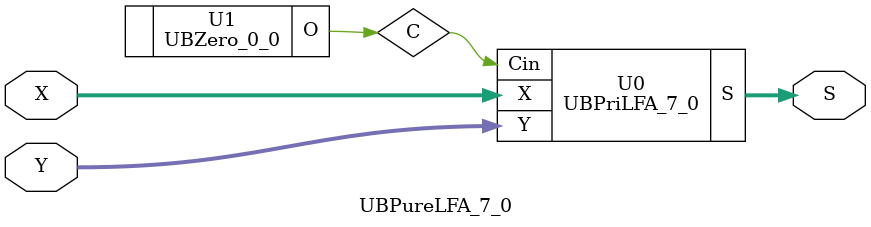
<source format=v>
/*----------------------------------------------------------------------------
  Copyright (c) 2021 Homma laboratory. All rights reserved.

  Top module: UBLFA_7_0_7_0

  Operand-1 length: 8
  Operand-2 length: 8
  Two-operand addition algorithm: Ladner-Fischer adder
----------------------------------------------------------------------------*/

module GPGenerator(Go, Po, A, B);
  output Go;
  output Po;
  input A;
  input B;
  assign Go = A & B;
  assign Po = A ^ B;
endmodule

module CarryOperator(Go, Po, Gi1, Pi1, Gi2, Pi2);
  output Go;
  output Po;
  input Gi1;
  input Gi2;
  input Pi1;
  input Pi2;
  assign Go = Gi1 | ( Gi2 & Pi1 );
  assign Po = Pi1 & Pi2;
endmodule

module UBPriLFA_7_0(S, X, Y, Cin);
  output [8:0] S;
  input Cin;
  input [7:0] X;
  input [7:0] Y;
  wire [7:0] G0;
  wire [7:0] G1;
  wire [7:0] G2;
  wire [7:0] G3;
  wire [7:0] P0;
  wire [7:0] P1;
  wire [7:0] P2;
  wire [7:0] P3;
  assign P1[0] = P0[0];
  assign G1[0] = G0[0];
  assign P1[2] = P0[2];
  assign G1[2] = G0[2];
  assign P1[4] = P0[4];
  assign G1[4] = G0[4];
  assign P1[6] = P0[6];
  assign G1[6] = G0[6];
  assign P2[0] = P1[0];
  assign G2[0] = G1[0];
  assign P2[1] = P1[1];
  assign G2[1] = G1[1];
  assign P2[4] = P1[4];
  assign G2[4] = G1[4];
  assign P2[5] = P1[5];
  assign G2[5] = G1[5];
  assign P3[0] = P2[0];
  assign G3[0] = G2[0];
  assign P3[1] = P2[1];
  assign G3[1] = G2[1];
  assign P3[2] = P2[2];
  assign G3[2] = G2[2];
  assign P3[3] = P2[3];
  assign G3[3] = G2[3];
  assign S[0] = Cin ^ P0[0];
  assign S[1] = ( G3[0] | ( P3[0] & Cin ) ) ^ P0[1];
  assign S[2] = ( G3[1] | ( P3[1] & Cin ) ) ^ P0[2];
  assign S[3] = ( G3[2] | ( P3[2] & Cin ) ) ^ P0[3];
  assign S[4] = ( G3[3] | ( P3[3] & Cin ) ) ^ P0[4];
  assign S[5] = ( G3[4] | ( P3[4] & Cin ) ) ^ P0[5];
  assign S[6] = ( G3[5] | ( P3[5] & Cin ) ) ^ P0[6];
  assign S[7] = ( G3[6] | ( P3[6] & Cin ) ) ^ P0[7];
  assign S[8] = G3[7] | ( P3[7] & Cin );
  GPGenerator U0 (G0[0], P0[0], X[0], Y[0]);
  GPGenerator U1 (G0[1], P0[1], X[1], Y[1]);
  GPGenerator U2 (G0[2], P0[2], X[2], Y[2]);
  GPGenerator U3 (G0[3], P0[3], X[3], Y[3]);
  GPGenerator U4 (G0[4], P0[4], X[4], Y[4]);
  GPGenerator U5 (G0[5], P0[5], X[5], Y[5]);
  GPGenerator U6 (G0[6], P0[6], X[6], Y[6]);
  GPGenerator U7 (G0[7], P0[7], X[7], Y[7]);
  CarryOperator U8 (G1[1], P1[1], G0[1], P0[1], G0[0], P0[0]);
  CarryOperator U9 (G1[3], P1[3], G0[3], P0[3], G0[2], P0[2]);
  CarryOperator U10 (G1[5], P1[5], G0[5], P0[5], G0[4], P0[4]);
  CarryOperator U11 (G1[7], P1[7], G0[7], P0[7], G0[6], P0[6]);
  CarryOperator U12 (G2[2], P2[2], G1[2], P1[2], G1[1], P1[1]);
  CarryOperator U13 (G2[3], P2[3], G1[3], P1[3], G1[1], P1[1]);
  CarryOperator U14 (G2[6], P2[6], G1[6], P1[6], G1[5], P1[5]);
  CarryOperator U15 (G2[7], P2[7], G1[7], P1[7], G1[5], P1[5]);
  CarryOperator U16 (G3[4], P3[4], G2[4], P2[4], G2[3], P2[3]);
  CarryOperator U17 (G3[5], P3[5], G2[5], P2[5], G2[3], P2[3]);
  CarryOperator U18 (G3[6], P3[6], G2[6], P2[6], G2[3], P2[3]);
  CarryOperator U19 (G3[7], P3[7], G2[7], P2[7], G2[3], P2[3]);
endmodule

module UBZero_0_0(O);
  output [0:0] O;
  assign O[0] = 0;
endmodule

module UBLFA_7_0_7_0 (S, X, Y);
  output [8:0] S;
  input [7:0] X;
  input [7:0] Y;
  UBPureLFA_7_0 U0 (S[8:0], X[7:0], Y[7:0]);
endmodule

module UBPureLFA_7_0 (S, X, Y);
  output [8:0] S;
  input [7:0] X;
  input [7:0] Y;
  wire C;
  UBPriLFA_7_0 U0 (S, X, Y, C);
  UBZero_0_0 U1 (C);
endmodule


</source>
